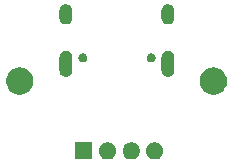
<source format=gbs>
G04 #@! TF.GenerationSoftware,KiCad,Pcbnew,5.1.5+dfsg1-2build2*
G04 #@! TF.CreationDate,2022-10-02T22:40:52+02:00*
G04 #@! TF.ProjectId,fox_usb,666f785f-7573-4622-9e6b-696361645f70,rev?*
G04 #@! TF.SameCoordinates,Original*
G04 #@! TF.FileFunction,Soldermask,Bot*
G04 #@! TF.FilePolarity,Negative*
%FSLAX46Y46*%
G04 Gerber Fmt 4.6, Leading zero omitted, Abs format (unit mm)*
G04 Created by KiCad (PCBNEW 5.1.5+dfsg1-2build2) date 2022-10-02 22:40:52*
%MOMM*%
%LPD*%
G04 APERTURE LIST*
%ADD10C,0.100000*%
G04 APERTURE END LIST*
D10*
G36*
X106441766Y-60921899D02*
G01*
X106573888Y-60976626D01*
X106573890Y-60976627D01*
X106692798Y-61056079D01*
X106793921Y-61157202D01*
X106793922Y-61157204D01*
X106873374Y-61276112D01*
X106928101Y-61408234D01*
X106956000Y-61548494D01*
X106956000Y-61691506D01*
X106928101Y-61831766D01*
X106873374Y-61963888D01*
X106873373Y-61963890D01*
X106793921Y-62082798D01*
X106692798Y-62183921D01*
X106573890Y-62263373D01*
X106573889Y-62263374D01*
X106573888Y-62263374D01*
X106441766Y-62318101D01*
X106301506Y-62346000D01*
X106158494Y-62346000D01*
X106018234Y-62318101D01*
X105886112Y-62263374D01*
X105886111Y-62263374D01*
X105886110Y-62263373D01*
X105767202Y-62183921D01*
X105666079Y-62082798D01*
X105586627Y-61963890D01*
X105586626Y-61963888D01*
X105531899Y-61831766D01*
X105504000Y-61691506D01*
X105504000Y-61548494D01*
X105531899Y-61408234D01*
X105586626Y-61276112D01*
X105666078Y-61157204D01*
X105666079Y-61157202D01*
X105767202Y-61056079D01*
X105886110Y-60976627D01*
X105886112Y-60976626D01*
X106018234Y-60921899D01*
X106158494Y-60894000D01*
X106301506Y-60894000D01*
X106441766Y-60921899D01*
G37*
G36*
X104441766Y-60921899D02*
G01*
X104573888Y-60976626D01*
X104573890Y-60976627D01*
X104692798Y-61056079D01*
X104793921Y-61157202D01*
X104793922Y-61157204D01*
X104873374Y-61276112D01*
X104928101Y-61408234D01*
X104956000Y-61548494D01*
X104956000Y-61691506D01*
X104928101Y-61831766D01*
X104873374Y-61963888D01*
X104873373Y-61963890D01*
X104793921Y-62082798D01*
X104692798Y-62183921D01*
X104573890Y-62263373D01*
X104573889Y-62263374D01*
X104573888Y-62263374D01*
X104441766Y-62318101D01*
X104301506Y-62346000D01*
X104158494Y-62346000D01*
X104018234Y-62318101D01*
X103886112Y-62263374D01*
X103886111Y-62263374D01*
X103886110Y-62263373D01*
X103767202Y-62183921D01*
X103666079Y-62082798D01*
X103586627Y-61963890D01*
X103586626Y-61963888D01*
X103531899Y-61831766D01*
X103504000Y-61691506D01*
X103504000Y-61548494D01*
X103531899Y-61408234D01*
X103586626Y-61276112D01*
X103666078Y-61157204D01*
X103666079Y-61157202D01*
X103767202Y-61056079D01*
X103886110Y-60976627D01*
X103886112Y-60976626D01*
X104018234Y-60921899D01*
X104158494Y-60894000D01*
X104301506Y-60894000D01*
X104441766Y-60921899D01*
G37*
G36*
X102956000Y-62346000D02*
G01*
X101504000Y-62346000D01*
X101504000Y-60894000D01*
X102956000Y-60894000D01*
X102956000Y-62346000D01*
G37*
G36*
X108441766Y-60921899D02*
G01*
X108573888Y-60976626D01*
X108573890Y-60976627D01*
X108692798Y-61056079D01*
X108793921Y-61157202D01*
X108793922Y-61157204D01*
X108873374Y-61276112D01*
X108928101Y-61408234D01*
X108956000Y-61548494D01*
X108956000Y-61691506D01*
X108928101Y-61831766D01*
X108873374Y-61963888D01*
X108873373Y-61963890D01*
X108793921Y-62082798D01*
X108692798Y-62183921D01*
X108573890Y-62263373D01*
X108573889Y-62263374D01*
X108573888Y-62263374D01*
X108441766Y-62318101D01*
X108301506Y-62346000D01*
X108158494Y-62346000D01*
X108018234Y-62318101D01*
X107886112Y-62263374D01*
X107886111Y-62263374D01*
X107886110Y-62263373D01*
X107767202Y-62183921D01*
X107666079Y-62082798D01*
X107586627Y-61963890D01*
X107586626Y-61963888D01*
X107531899Y-61831766D01*
X107504000Y-61691506D01*
X107504000Y-61548494D01*
X107531899Y-61408234D01*
X107586626Y-61276112D01*
X107666078Y-61157204D01*
X107666079Y-61157202D01*
X107767202Y-61056079D01*
X107886110Y-60976627D01*
X107886112Y-60976626D01*
X108018234Y-60921899D01*
X108158494Y-60894000D01*
X108301506Y-60894000D01*
X108441766Y-60921899D01*
G37*
G36*
X97024549Y-54571116D02*
G01*
X97135734Y-54593232D01*
X97345203Y-54679997D01*
X97533720Y-54805960D01*
X97694040Y-54966280D01*
X97820003Y-55154797D01*
X97906768Y-55364266D01*
X97951000Y-55586636D01*
X97951000Y-55813364D01*
X97906768Y-56035734D01*
X97820003Y-56245203D01*
X97694040Y-56433720D01*
X97533720Y-56594040D01*
X97345203Y-56720003D01*
X97135734Y-56806768D01*
X97024549Y-56828884D01*
X96913365Y-56851000D01*
X96686635Y-56851000D01*
X96575451Y-56828884D01*
X96464266Y-56806768D01*
X96254797Y-56720003D01*
X96066280Y-56594040D01*
X95905960Y-56433720D01*
X95779997Y-56245203D01*
X95693232Y-56035734D01*
X95649000Y-55813364D01*
X95649000Y-55586636D01*
X95693232Y-55364266D01*
X95779997Y-55154797D01*
X95905960Y-54966280D01*
X96066280Y-54805960D01*
X96254797Y-54679997D01*
X96464266Y-54593232D01*
X96575451Y-54571116D01*
X96686635Y-54549000D01*
X96913365Y-54549000D01*
X97024549Y-54571116D01*
G37*
G36*
X113424549Y-54571116D02*
G01*
X113535734Y-54593232D01*
X113745203Y-54679997D01*
X113933720Y-54805960D01*
X114094040Y-54966280D01*
X114220003Y-55154797D01*
X114306768Y-55364266D01*
X114351000Y-55586636D01*
X114351000Y-55813364D01*
X114306768Y-56035734D01*
X114220003Y-56245203D01*
X114094040Y-56433720D01*
X113933720Y-56594040D01*
X113745203Y-56720003D01*
X113535734Y-56806768D01*
X113424549Y-56828884D01*
X113313365Y-56851000D01*
X113086635Y-56851000D01*
X112975451Y-56828884D01*
X112864266Y-56806768D01*
X112654797Y-56720003D01*
X112466280Y-56594040D01*
X112305960Y-56433720D01*
X112179997Y-56245203D01*
X112093232Y-56035734D01*
X112049000Y-55813364D01*
X112049000Y-55586636D01*
X112093232Y-55364266D01*
X112179997Y-55154797D01*
X112305960Y-54966280D01*
X112466280Y-54805960D01*
X112654797Y-54679997D01*
X112864266Y-54593232D01*
X112975451Y-54571116D01*
X113086635Y-54549000D01*
X113313365Y-54549000D01*
X113424549Y-54571116D01*
G37*
G36*
X100818015Y-53136973D02*
G01*
X100921879Y-53168479D01*
X100949055Y-53183005D01*
X101017600Y-53219643D01*
X101101501Y-53288499D01*
X101170357Y-53372400D01*
X101205390Y-53437942D01*
X101221521Y-53468121D01*
X101253027Y-53571985D01*
X101261000Y-53652933D01*
X101261000Y-54807067D01*
X101253027Y-54888015D01*
X101221521Y-54991879D01*
X101170356Y-55087600D01*
X101101501Y-55171501D01*
X101032645Y-55228009D01*
X101017599Y-55240357D01*
X100965907Y-55267987D01*
X100921878Y-55291521D01*
X100818014Y-55323027D01*
X100710000Y-55333666D01*
X100601985Y-55323027D01*
X100498121Y-55291521D01*
X100454093Y-55267987D01*
X100402401Y-55240357D01*
X100389643Y-55229887D01*
X100318499Y-55171501D01*
X100249644Y-55087600D01*
X100198479Y-54991878D01*
X100166973Y-54888014D01*
X100159000Y-54807066D01*
X100159001Y-53652933D01*
X100166974Y-53571985D01*
X100198480Y-53468121D01*
X100214611Y-53437942D01*
X100249644Y-53372400D01*
X100318500Y-53288499D01*
X100402401Y-53219643D01*
X100470946Y-53183005D01*
X100498122Y-53168479D01*
X100601986Y-53136973D01*
X100710000Y-53126334D01*
X100818015Y-53136973D01*
G37*
G36*
X109458015Y-53136973D02*
G01*
X109561879Y-53168479D01*
X109589055Y-53183005D01*
X109657600Y-53219643D01*
X109741501Y-53288499D01*
X109810357Y-53372400D01*
X109845390Y-53437942D01*
X109861521Y-53468121D01*
X109893027Y-53571985D01*
X109901000Y-53652933D01*
X109901000Y-54807067D01*
X109893027Y-54888015D01*
X109861521Y-54991879D01*
X109810356Y-55087600D01*
X109741501Y-55171501D01*
X109672645Y-55228009D01*
X109657599Y-55240357D01*
X109605907Y-55267987D01*
X109561878Y-55291521D01*
X109458014Y-55323027D01*
X109350000Y-55333666D01*
X109241985Y-55323027D01*
X109138121Y-55291521D01*
X109094093Y-55267987D01*
X109042401Y-55240357D01*
X109029643Y-55229887D01*
X108958499Y-55171501D01*
X108889644Y-55087600D01*
X108838479Y-54991878D01*
X108806973Y-54888014D01*
X108799000Y-54807066D01*
X108799001Y-53652933D01*
X108806974Y-53571985D01*
X108838480Y-53468121D01*
X108854611Y-53437942D01*
X108889644Y-53372400D01*
X108958500Y-53288499D01*
X109042401Y-53219643D01*
X109110946Y-53183005D01*
X109138122Y-53168479D01*
X109241986Y-53136973D01*
X109350000Y-53126334D01*
X109458015Y-53136973D01*
G37*
G36*
X108029672Y-53368449D02*
G01*
X108029674Y-53368450D01*
X108029675Y-53368450D01*
X108098103Y-53396793D01*
X108159686Y-53437942D01*
X108212058Y-53490314D01*
X108253207Y-53551897D01*
X108261527Y-53571985D01*
X108281551Y-53620328D01*
X108288038Y-53652939D01*
X108296000Y-53692967D01*
X108296000Y-53767033D01*
X108281550Y-53839675D01*
X108253207Y-53908103D01*
X108212058Y-53969686D01*
X108159686Y-54022058D01*
X108098103Y-54063207D01*
X108029675Y-54091550D01*
X108029674Y-54091550D01*
X108029672Y-54091551D01*
X107957034Y-54106000D01*
X107882966Y-54106000D01*
X107810328Y-54091551D01*
X107810326Y-54091550D01*
X107810325Y-54091550D01*
X107741897Y-54063207D01*
X107680314Y-54022058D01*
X107627942Y-53969686D01*
X107586793Y-53908103D01*
X107558450Y-53839675D01*
X107544000Y-53767033D01*
X107544000Y-53692967D01*
X107551962Y-53652939D01*
X107558449Y-53620328D01*
X107578473Y-53571985D01*
X107586793Y-53551897D01*
X107627942Y-53490314D01*
X107680314Y-53437942D01*
X107741897Y-53396793D01*
X107810325Y-53368450D01*
X107810326Y-53368450D01*
X107810328Y-53368449D01*
X107882966Y-53354000D01*
X107957034Y-53354000D01*
X108029672Y-53368449D01*
G37*
G36*
X102249672Y-53368449D02*
G01*
X102249674Y-53368450D01*
X102249675Y-53368450D01*
X102318103Y-53396793D01*
X102379686Y-53437942D01*
X102432058Y-53490314D01*
X102473207Y-53551897D01*
X102481527Y-53571985D01*
X102501551Y-53620328D01*
X102508038Y-53652939D01*
X102516000Y-53692967D01*
X102516000Y-53767033D01*
X102501550Y-53839675D01*
X102473207Y-53908103D01*
X102432058Y-53969686D01*
X102379686Y-54022058D01*
X102318103Y-54063207D01*
X102249675Y-54091550D01*
X102249674Y-54091550D01*
X102249672Y-54091551D01*
X102177034Y-54106000D01*
X102102966Y-54106000D01*
X102030328Y-54091551D01*
X102030326Y-54091550D01*
X102030325Y-54091550D01*
X101961897Y-54063207D01*
X101900314Y-54022058D01*
X101847942Y-53969686D01*
X101806793Y-53908103D01*
X101778450Y-53839675D01*
X101764000Y-53767033D01*
X101764000Y-53692967D01*
X101771962Y-53652939D01*
X101778449Y-53620328D01*
X101798473Y-53571985D01*
X101806793Y-53551897D01*
X101847942Y-53490314D01*
X101900314Y-53437942D01*
X101961897Y-53396793D01*
X102030325Y-53368450D01*
X102030326Y-53368450D01*
X102030328Y-53368449D01*
X102102966Y-53354000D01*
X102177034Y-53354000D01*
X102249672Y-53368449D01*
G37*
G36*
X100818015Y-49206973D02*
G01*
X100921879Y-49238479D01*
X100949055Y-49253005D01*
X101017600Y-49289643D01*
X101101501Y-49358499D01*
X101170357Y-49442400D01*
X101206995Y-49510945D01*
X101221521Y-49538121D01*
X101253027Y-49641985D01*
X101261000Y-49722933D01*
X101261000Y-50377067D01*
X101253027Y-50458015D01*
X101221521Y-50561879D01*
X101170356Y-50657600D01*
X101101501Y-50741501D01*
X101032645Y-50798009D01*
X101017599Y-50810357D01*
X100965907Y-50837987D01*
X100921878Y-50861521D01*
X100818014Y-50893027D01*
X100710000Y-50903666D01*
X100601985Y-50893027D01*
X100498121Y-50861521D01*
X100454093Y-50837987D01*
X100402401Y-50810357D01*
X100389643Y-50799887D01*
X100318499Y-50741501D01*
X100249644Y-50657600D01*
X100198479Y-50561878D01*
X100166973Y-50458014D01*
X100159000Y-50377066D01*
X100159000Y-49722933D01*
X100166973Y-49641985D01*
X100198480Y-49538121D01*
X100198482Y-49538118D01*
X100249645Y-49442399D01*
X100318500Y-49358499D01*
X100402401Y-49289643D01*
X100470946Y-49253005D01*
X100498122Y-49238479D01*
X100601986Y-49206973D01*
X100710000Y-49196334D01*
X100818015Y-49206973D01*
G37*
G36*
X109458015Y-49206973D02*
G01*
X109561879Y-49238479D01*
X109589055Y-49253005D01*
X109657600Y-49289643D01*
X109741501Y-49358499D01*
X109810357Y-49442400D01*
X109846995Y-49510945D01*
X109861521Y-49538121D01*
X109893027Y-49641985D01*
X109901000Y-49722933D01*
X109901000Y-50377067D01*
X109893027Y-50458015D01*
X109861521Y-50561879D01*
X109810356Y-50657600D01*
X109741501Y-50741501D01*
X109672645Y-50798009D01*
X109657599Y-50810357D01*
X109605907Y-50837987D01*
X109561878Y-50861521D01*
X109458014Y-50893027D01*
X109350000Y-50903666D01*
X109241985Y-50893027D01*
X109138121Y-50861521D01*
X109094093Y-50837987D01*
X109042401Y-50810357D01*
X109029643Y-50799887D01*
X108958499Y-50741501D01*
X108889644Y-50657600D01*
X108838479Y-50561878D01*
X108806973Y-50458014D01*
X108799000Y-50377066D01*
X108799000Y-49722933D01*
X108806973Y-49641985D01*
X108838480Y-49538121D01*
X108838482Y-49538118D01*
X108889645Y-49442399D01*
X108958500Y-49358499D01*
X109042401Y-49289643D01*
X109110946Y-49253005D01*
X109138122Y-49238479D01*
X109241986Y-49206973D01*
X109350000Y-49196334D01*
X109458015Y-49206973D01*
G37*
M02*

</source>
